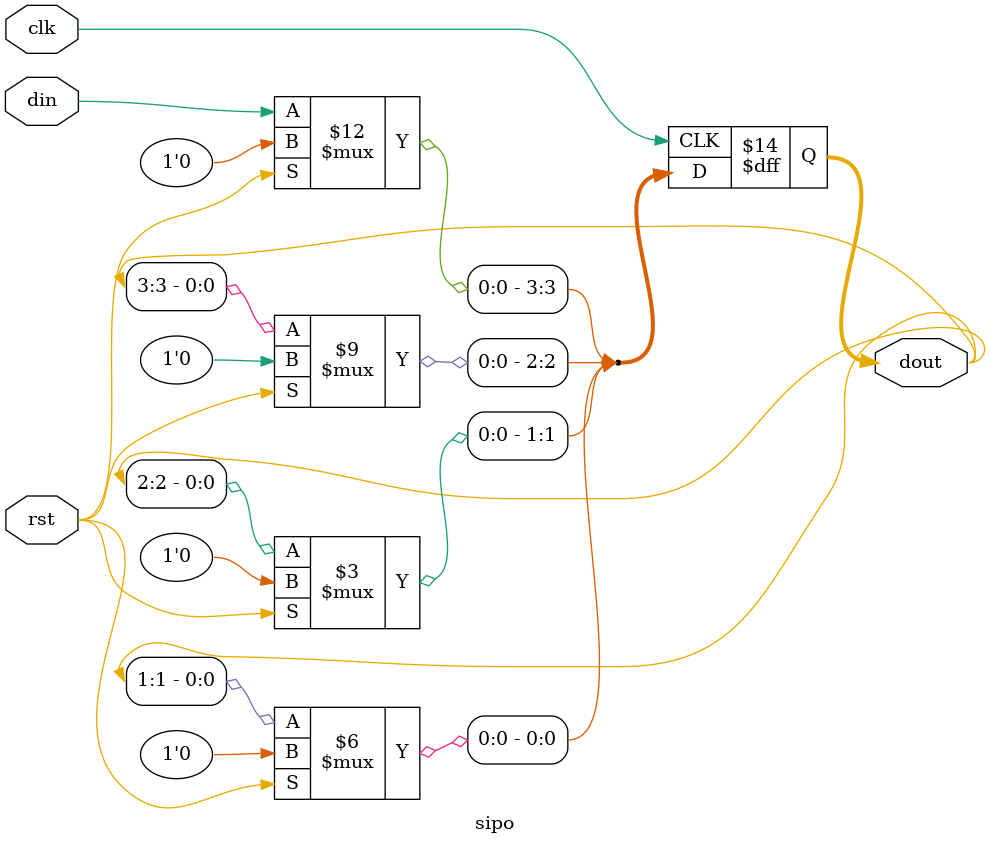
<source format=v>
`timescale 1ns / 1ps


module sipo (
  input din,
  input clk,
  input rst,
  output reg [3:0] dout
);
  always @(posedge clk) begin
    if (rst)
      dout <= 4'b0;
    else begin
      dout[3] <= din;
      dout[2] <= dout[3];
      dout[1] <= dout[2];
      dout[0] <= dout[1];
    end
  end
endmodule


</source>
